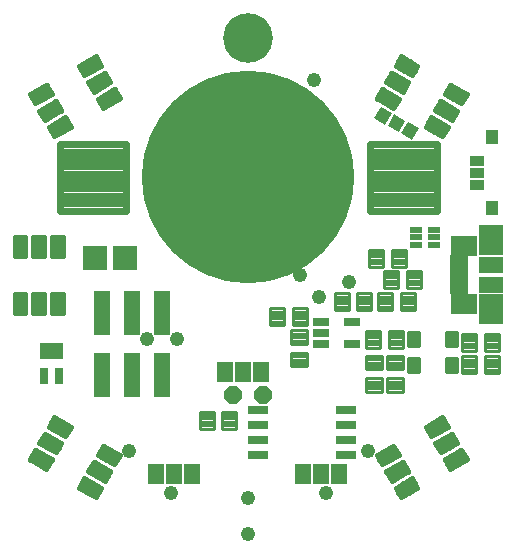
<source format=gbs>
G75*
%MOIN*%
%OFA0B0*%
%FSLAX24Y24*%
%IPPOS*%
%LPD*%
%AMOC8*
5,1,8,0,0,1.08239X$1,22.5*
%
%ADD10C,0.1655*%
%ADD11OC8,0.0600*%
%ADD12C,0.0114*%
%ADD13R,0.0552X0.0297*%
%ADD14R,0.0395X0.0237*%
%ADD15C,0.7087*%
%ADD16C,0.4017*%
%ADD17C,0.0247*%
%ADD18R,0.0789X0.0789*%
%ADD19R,0.0623X0.0257*%
%ADD20R,0.0907X0.0661*%
%ADD21R,0.0828X0.1015*%
%ADD22R,0.0828X0.0543*%
%ADD23R,0.0540X0.0710*%
%ADD24R,0.0690X0.0290*%
%ADD25C,0.0095*%
%ADD26R,0.0580X0.1482*%
%ADD27R,0.0260X0.0540*%
%ADD28C,0.0154*%
%ADD29R,0.0434X0.0434*%
%ADD30R,0.0513X0.0356*%
%ADD31R,0.0395X0.0513*%
%ADD32C,0.0490*%
D10*
X008810Y018050D03*
D11*
X008310Y006150D03*
X009310Y006150D03*
D12*
X008403Y005578D02*
X008403Y005022D01*
X007945Y005022D01*
X007945Y005578D01*
X008403Y005578D01*
X008403Y005135D02*
X007945Y005135D01*
X007945Y005248D02*
X008403Y005248D01*
X008403Y005361D02*
X007945Y005361D01*
X007945Y005474D02*
X008403Y005474D01*
X007655Y005578D02*
X007655Y005022D01*
X007197Y005022D01*
X007197Y005578D01*
X007655Y005578D01*
X007655Y005135D02*
X007197Y005135D01*
X007197Y005248D02*
X007655Y005248D01*
X007655Y005361D02*
X007197Y005361D01*
X007197Y005474D02*
X007655Y005474D01*
X010222Y007555D02*
X010778Y007555D01*
X010778Y007097D01*
X010222Y007097D01*
X010222Y007555D01*
X010222Y007210D02*
X010778Y007210D01*
X010778Y007323D02*
X010222Y007323D01*
X010222Y007436D02*
X010778Y007436D01*
X010778Y007549D02*
X010222Y007549D01*
X010222Y008303D02*
X010778Y008303D01*
X010778Y007845D01*
X010222Y007845D01*
X010222Y008303D01*
X010222Y007958D02*
X010778Y007958D01*
X010778Y008071D02*
X010222Y008071D01*
X010222Y008184D02*
X010778Y008184D01*
X010778Y008297D02*
X010222Y008297D01*
X010753Y008472D02*
X010753Y009028D01*
X010753Y008472D02*
X010295Y008472D01*
X010295Y009028D01*
X010753Y009028D01*
X010753Y008585D02*
X010295Y008585D01*
X010295Y008698D02*
X010753Y008698D01*
X010753Y008811D02*
X010295Y008811D01*
X010295Y008924D02*
X010753Y008924D01*
X010005Y009028D02*
X010005Y008472D01*
X009547Y008472D01*
X009547Y009028D01*
X010005Y009028D01*
X010005Y008585D02*
X009547Y008585D01*
X009547Y008698D02*
X010005Y008698D01*
X010005Y008811D02*
X009547Y008811D01*
X009547Y008924D02*
X010005Y008924D01*
X011697Y008972D02*
X011697Y009528D01*
X012155Y009528D01*
X012155Y008972D01*
X011697Y008972D01*
X011697Y009085D02*
X012155Y009085D01*
X012155Y009198D02*
X011697Y009198D01*
X011697Y009311D02*
X012155Y009311D01*
X012155Y009424D02*
X011697Y009424D01*
X012445Y009528D02*
X012445Y008972D01*
X012445Y009528D02*
X012903Y009528D01*
X012903Y008972D01*
X012445Y008972D01*
X012445Y009085D02*
X012903Y009085D01*
X012903Y009198D02*
X012445Y009198D01*
X012445Y009311D02*
X012903Y009311D01*
X012903Y009424D02*
X012445Y009424D01*
X013605Y009528D02*
X013605Y008972D01*
X013147Y008972D01*
X013147Y009528D01*
X013605Y009528D01*
X013605Y009085D02*
X013147Y009085D01*
X013147Y009198D02*
X013605Y009198D01*
X013605Y009311D02*
X013147Y009311D01*
X013147Y009424D02*
X013605Y009424D01*
X014353Y009528D02*
X014353Y008972D01*
X013895Y008972D01*
X013895Y009528D01*
X014353Y009528D01*
X014353Y009085D02*
X013895Y009085D01*
X013895Y009198D02*
X014353Y009198D01*
X014353Y009311D02*
X013895Y009311D01*
X013895Y009424D02*
X014353Y009424D01*
X014553Y009722D02*
X014553Y010278D01*
X014553Y009722D02*
X014095Y009722D01*
X014095Y010278D01*
X014553Y010278D01*
X014553Y009835D02*
X014095Y009835D01*
X014095Y009948D02*
X014553Y009948D01*
X014553Y010061D02*
X014095Y010061D01*
X014095Y010174D02*
X014553Y010174D01*
X014053Y010422D02*
X014053Y010978D01*
X014053Y010422D02*
X013595Y010422D01*
X013595Y010978D01*
X014053Y010978D01*
X014053Y010535D02*
X013595Y010535D01*
X013595Y010648D02*
X014053Y010648D01*
X014053Y010761D02*
X013595Y010761D01*
X013595Y010874D02*
X014053Y010874D01*
X013805Y010278D02*
X013805Y009722D01*
X013347Y009722D01*
X013347Y010278D01*
X013805Y010278D01*
X013805Y009835D02*
X013347Y009835D01*
X013347Y009948D02*
X013805Y009948D01*
X013805Y010061D02*
X013347Y010061D01*
X013347Y010174D02*
X013805Y010174D01*
X013305Y010422D02*
X013305Y010978D01*
X013305Y010422D02*
X012847Y010422D01*
X012847Y010978D01*
X013305Y010978D01*
X013305Y010535D02*
X012847Y010535D01*
X012847Y010648D02*
X013305Y010648D01*
X013305Y010761D02*
X012847Y010761D01*
X012847Y010874D02*
X013305Y010874D01*
X013205Y008278D02*
X013205Y007722D01*
X012747Y007722D01*
X012747Y008278D01*
X013205Y008278D01*
X013205Y007835D02*
X012747Y007835D01*
X012747Y007948D02*
X013205Y007948D01*
X013205Y008061D02*
X012747Y008061D01*
X012747Y008174D02*
X013205Y008174D01*
X013953Y008278D02*
X013953Y007722D01*
X013495Y007722D01*
X013495Y008278D01*
X013953Y008278D01*
X013953Y007835D02*
X013495Y007835D01*
X013495Y007948D02*
X013953Y007948D01*
X013953Y008061D02*
X013495Y008061D01*
X013495Y008174D02*
X013953Y008174D01*
X013978Y007453D02*
X013422Y007453D01*
X013978Y007453D02*
X013978Y006995D01*
X013422Y006995D01*
X013422Y007453D01*
X013422Y007108D02*
X013978Y007108D01*
X013978Y007221D02*
X013422Y007221D01*
X013422Y007334D02*
X013978Y007334D01*
X013978Y007447D02*
X013422Y007447D01*
X013278Y007453D02*
X012722Y007453D01*
X013278Y007453D02*
X013278Y006995D01*
X012722Y006995D01*
X012722Y007453D01*
X012722Y007108D02*
X013278Y007108D01*
X013278Y007221D02*
X012722Y007221D01*
X012722Y007334D02*
X013278Y007334D01*
X013278Y007447D02*
X012722Y007447D01*
X012722Y006705D02*
X013278Y006705D01*
X013278Y006247D01*
X012722Y006247D01*
X012722Y006705D01*
X012722Y006360D02*
X013278Y006360D01*
X013278Y006473D02*
X012722Y006473D01*
X012722Y006586D02*
X013278Y006586D01*
X013278Y006699D02*
X012722Y006699D01*
X013422Y006705D02*
X013978Y006705D01*
X013978Y006247D01*
X013422Y006247D01*
X013422Y006705D01*
X013422Y006360D02*
X013978Y006360D01*
X013978Y006473D02*
X013422Y006473D01*
X013422Y006586D02*
X013978Y006586D01*
X013978Y006699D02*
X013422Y006699D01*
X016405Y006872D02*
X016405Y007428D01*
X016405Y006872D02*
X015947Y006872D01*
X015947Y007428D01*
X016405Y007428D01*
X016405Y006985D02*
X015947Y006985D01*
X015947Y007098D02*
X016405Y007098D01*
X016405Y007211D02*
X015947Y007211D01*
X015947Y007324D02*
X016405Y007324D01*
X015947Y007622D02*
X015947Y008178D01*
X016405Y008178D01*
X016405Y007622D01*
X015947Y007622D01*
X015947Y007735D02*
X016405Y007735D01*
X016405Y007848D02*
X015947Y007848D01*
X015947Y007961D02*
X016405Y007961D01*
X016405Y008074D02*
X015947Y008074D01*
X016695Y008178D02*
X016695Y007622D01*
X016695Y008178D02*
X017153Y008178D01*
X017153Y007622D01*
X016695Y007622D01*
X016695Y007735D02*
X017153Y007735D01*
X017153Y007848D02*
X016695Y007848D01*
X016695Y007961D02*
X017153Y007961D01*
X017153Y008074D02*
X016695Y008074D01*
X017153Y007428D02*
X017153Y006872D01*
X016695Y006872D01*
X016695Y007428D01*
X017153Y007428D01*
X017153Y006985D02*
X016695Y006985D01*
X016695Y007098D02*
X017153Y007098D01*
X017153Y007211D02*
X016695Y007211D01*
X016695Y007324D02*
X017153Y007324D01*
D13*
X012262Y007826D03*
X012262Y008574D03*
X011238Y008574D03*
X011238Y008200D03*
X011238Y007826D03*
D14*
X014385Y011144D03*
X014385Y011400D03*
X014385Y011656D03*
X015015Y011656D03*
X015015Y011400D03*
X015015Y011144D03*
D15*
X008810Y013400D03*
D16*
X008810Y013400D03*
D17*
X004751Y014512D02*
X002527Y014512D01*
X004751Y014512D02*
X004751Y012288D01*
X002527Y012288D01*
X002527Y014512D01*
X002527Y012534D02*
X004751Y012534D01*
X004751Y012780D02*
X002527Y012780D01*
X002527Y013026D02*
X004751Y013026D01*
X004751Y013272D02*
X002527Y013272D01*
X002527Y013518D02*
X004751Y013518D01*
X004751Y013764D02*
X002527Y013764D01*
X002527Y014010D02*
X004751Y014010D01*
X004751Y014256D02*
X002527Y014256D01*
X002527Y014502D02*
X004751Y014502D01*
X012870Y014512D02*
X015094Y014512D01*
X015094Y012288D01*
X012870Y012288D01*
X012870Y014512D01*
X012870Y012534D02*
X015094Y012534D01*
X015094Y012780D02*
X012870Y012780D01*
X012870Y013026D02*
X015094Y013026D01*
X015094Y013272D02*
X012870Y013272D01*
X012870Y013518D02*
X015094Y013518D01*
X015094Y013764D02*
X012870Y013764D01*
X012870Y014010D02*
X015094Y014010D01*
X015094Y014256D02*
X012870Y014256D01*
X012870Y014502D02*
X015094Y014502D01*
D18*
X004700Y010700D03*
X003700Y010700D03*
D19*
X015850Y010662D03*
X015850Y010406D03*
X015850Y010150D03*
X015850Y009894D03*
X015850Y009638D03*
D20*
X015992Y009181D03*
X015992Y011119D03*
D21*
X016897Y011297D03*
X016897Y009003D03*
D22*
X016897Y009815D03*
X016897Y010473D03*
D23*
X011850Y003500D03*
X011250Y003500D03*
X010650Y003500D03*
X009250Y006900D03*
X008650Y006900D03*
X008050Y006900D03*
X006950Y003500D03*
X006350Y003500D03*
X005750Y003500D03*
D24*
X009140Y004150D03*
X009140Y004650D03*
X009140Y005150D03*
X009140Y005650D03*
X012060Y005650D03*
X012060Y005150D03*
X012060Y004650D03*
X012060Y004150D03*
D25*
X014130Y006921D02*
X014130Y007379D01*
X014510Y007379D01*
X014510Y006921D01*
X014130Y006921D01*
X014130Y007015D02*
X014510Y007015D01*
X014510Y007109D02*
X014130Y007109D01*
X014130Y007203D02*
X014510Y007203D01*
X014510Y007297D02*
X014130Y007297D01*
X014130Y007771D02*
X014130Y008229D01*
X014510Y008229D01*
X014510Y007771D01*
X014130Y007771D01*
X014130Y007865D02*
X014510Y007865D01*
X014510Y007959D02*
X014130Y007959D01*
X014130Y008053D02*
X014510Y008053D01*
X014510Y008147D02*
X014130Y008147D01*
X015390Y008229D02*
X015390Y007771D01*
X015390Y008229D02*
X015770Y008229D01*
X015770Y007771D01*
X015390Y007771D01*
X015390Y007865D02*
X015770Y007865D01*
X015770Y007959D02*
X015390Y007959D01*
X015390Y008053D02*
X015770Y008053D01*
X015770Y008147D02*
X015390Y008147D01*
X015390Y007379D02*
X015390Y006921D01*
X015390Y007379D02*
X015770Y007379D01*
X015770Y006921D01*
X015390Y006921D01*
X015390Y007015D02*
X015770Y007015D01*
X015770Y007109D02*
X015390Y007109D01*
X015390Y007203D02*
X015770Y007203D01*
X015770Y007297D02*
X015390Y007297D01*
D26*
X005950Y006824D03*
X004950Y006824D03*
X003950Y006824D03*
X003950Y008876D03*
X004950Y008876D03*
X005950Y008876D03*
D27*
X002510Y007610D03*
X002250Y007610D03*
X001990Y007610D03*
X001990Y006790D03*
X002510Y006790D03*
D28*
X001712Y004310D02*
X002261Y003994D01*
X002082Y003684D01*
X001533Y004000D01*
X001712Y004310D01*
X001816Y003837D02*
X002170Y003837D01*
X002259Y003990D02*
X001550Y003990D01*
X001616Y004143D02*
X002002Y004143D01*
X001736Y004296D02*
X001704Y004296D01*
X002027Y004855D02*
X002576Y004539D01*
X002397Y004229D01*
X001848Y004545D01*
X002027Y004855D01*
X002131Y004382D02*
X002485Y004382D01*
X002574Y004535D02*
X001865Y004535D01*
X001931Y004688D02*
X002317Y004688D01*
X002051Y004841D02*
X002019Y004841D01*
X002342Y005401D02*
X002891Y005085D01*
X002712Y004775D01*
X002163Y005091D01*
X002342Y005401D01*
X002446Y004928D02*
X002800Y004928D01*
X002889Y005081D02*
X002180Y005081D01*
X002246Y005234D02*
X002632Y005234D01*
X002366Y005387D02*
X002334Y005387D01*
X003663Y003911D02*
X004212Y003595D01*
X004033Y003285D01*
X003484Y003601D01*
X003663Y003911D01*
X003767Y003438D02*
X004121Y003438D01*
X004210Y003591D02*
X003501Y003591D01*
X003567Y003744D02*
X003953Y003744D01*
X003687Y003897D02*
X003655Y003897D01*
X003978Y004456D02*
X004527Y004140D01*
X004348Y003830D01*
X003799Y004146D01*
X003978Y004456D01*
X004082Y003983D02*
X004436Y003983D01*
X004525Y004136D02*
X003816Y004136D01*
X003882Y004289D02*
X004268Y004289D01*
X004002Y004442D02*
X003970Y004442D01*
X003348Y003365D02*
X003897Y003049D01*
X003718Y002739D01*
X003169Y003055D01*
X003348Y003365D01*
X003452Y002892D02*
X003806Y002892D01*
X003895Y003045D02*
X003186Y003045D01*
X003252Y003198D02*
X003638Y003198D01*
X003372Y003351D02*
X003340Y003351D01*
X002639Y008888D02*
X002639Y009522D01*
X002639Y008888D02*
X002281Y008888D01*
X002281Y009522D01*
X002639Y009522D01*
X002639Y009041D02*
X002281Y009041D01*
X002281Y009194D02*
X002639Y009194D01*
X002639Y009347D02*
X002281Y009347D01*
X002281Y009500D02*
X002639Y009500D01*
X002009Y009522D02*
X002009Y008888D01*
X001651Y008888D01*
X001651Y009522D01*
X002009Y009522D01*
X002009Y009041D02*
X001651Y009041D01*
X001651Y009194D02*
X002009Y009194D01*
X002009Y009347D02*
X001651Y009347D01*
X001651Y009500D02*
X002009Y009500D01*
X001379Y009522D02*
X001379Y008888D01*
X001021Y008888D01*
X001021Y009522D01*
X001379Y009522D01*
X001379Y009041D02*
X001021Y009041D01*
X001021Y009194D02*
X001379Y009194D01*
X001379Y009347D02*
X001021Y009347D01*
X001021Y009500D02*
X001379Y009500D01*
X001379Y010778D02*
X001379Y011412D01*
X001379Y010778D02*
X001021Y010778D01*
X001021Y011412D01*
X001379Y011412D01*
X001379Y010931D02*
X001021Y010931D01*
X001021Y011084D02*
X001379Y011084D01*
X001379Y011237D02*
X001021Y011237D01*
X001021Y011390D02*
X001379Y011390D01*
X002009Y011412D02*
X002009Y010778D01*
X001651Y010778D01*
X001651Y011412D01*
X002009Y011412D01*
X002009Y010931D02*
X001651Y010931D01*
X001651Y011084D02*
X002009Y011084D01*
X002009Y011237D02*
X001651Y011237D01*
X001651Y011390D02*
X002009Y011390D01*
X002639Y011412D02*
X002639Y010778D01*
X002281Y010778D01*
X002281Y011412D01*
X002639Y011412D01*
X002639Y010931D02*
X002281Y010931D01*
X002281Y011084D02*
X002639Y011084D01*
X002639Y011237D02*
X002281Y011237D01*
X002281Y011390D02*
X002639Y011390D01*
X002342Y014769D02*
X002891Y015085D01*
X002342Y014769D02*
X002163Y015079D01*
X002712Y015395D01*
X002891Y015085D01*
X002608Y014922D02*
X002254Y014922D01*
X002165Y015075D02*
X002874Y015075D01*
X002808Y015228D02*
X002422Y015228D01*
X002688Y015381D02*
X002720Y015381D01*
X002576Y015631D02*
X002027Y015315D01*
X001848Y015625D01*
X002397Y015941D01*
X002576Y015631D01*
X002293Y015468D02*
X001939Y015468D01*
X001850Y015621D02*
X002559Y015621D01*
X002493Y015774D02*
X002107Y015774D01*
X002373Y015927D02*
X002405Y015927D01*
X002261Y016176D02*
X001712Y015860D01*
X001533Y016170D01*
X002082Y016486D01*
X002261Y016176D01*
X001978Y016013D02*
X001624Y016013D01*
X001535Y016166D02*
X002244Y016166D01*
X002178Y016319D02*
X001792Y016319D01*
X002058Y016472D02*
X002090Y016472D01*
X003348Y016805D02*
X003897Y017121D01*
X003348Y016805D02*
X003169Y017115D01*
X003718Y017431D01*
X003897Y017121D01*
X003614Y016958D02*
X003260Y016958D01*
X003171Y017111D02*
X003880Y017111D01*
X003814Y017264D02*
X003428Y017264D01*
X003694Y017417D02*
X003726Y017417D01*
X004212Y016575D02*
X003663Y016259D01*
X003484Y016569D01*
X004033Y016885D01*
X004212Y016575D01*
X003929Y016412D02*
X003575Y016412D01*
X003486Y016565D02*
X004195Y016565D01*
X004129Y016718D02*
X003743Y016718D01*
X004009Y016871D02*
X004041Y016871D01*
X004527Y016030D02*
X003978Y015714D01*
X003799Y016024D01*
X004348Y016340D01*
X004527Y016030D01*
X004244Y015867D02*
X003890Y015867D01*
X003801Y016020D02*
X004510Y016020D01*
X004444Y016173D02*
X004058Y016173D01*
X004324Y016326D02*
X004356Y016326D01*
X013093Y016030D02*
X013642Y015714D01*
X013093Y016030D02*
X013272Y016340D01*
X013821Y016024D01*
X013642Y015714D01*
X013730Y015867D02*
X013376Y015867D01*
X013110Y016020D02*
X013819Y016020D01*
X013562Y016173D02*
X013176Y016173D01*
X013264Y016326D02*
X013296Y016326D01*
X013408Y016575D02*
X013957Y016259D01*
X013408Y016575D02*
X013587Y016885D01*
X014136Y016569D01*
X013957Y016259D01*
X014045Y016412D02*
X013691Y016412D01*
X013425Y016565D02*
X014134Y016565D01*
X013877Y016718D02*
X013491Y016718D01*
X013579Y016871D02*
X013611Y016871D01*
X013723Y017121D02*
X014272Y016805D01*
X013723Y017121D02*
X013902Y017431D01*
X014451Y017115D01*
X014272Y016805D01*
X014360Y016958D02*
X014006Y016958D01*
X013740Y017111D02*
X014449Y017111D01*
X014192Y017264D02*
X013806Y017264D01*
X013894Y017417D02*
X013926Y017417D01*
X015359Y016176D02*
X015908Y015860D01*
X015359Y016176D02*
X015538Y016486D01*
X016087Y016170D01*
X015908Y015860D01*
X015996Y016013D02*
X015642Y016013D01*
X015376Y016166D02*
X016085Y016166D01*
X015828Y016319D02*
X015442Y016319D01*
X015530Y016472D02*
X015562Y016472D01*
X015044Y015631D02*
X015593Y015315D01*
X015044Y015631D02*
X015223Y015941D01*
X015772Y015625D01*
X015593Y015315D01*
X015681Y015468D02*
X015327Y015468D01*
X015061Y015621D02*
X015770Y015621D01*
X015513Y015774D02*
X015127Y015774D01*
X015215Y015927D02*
X015247Y015927D01*
X014729Y015085D02*
X015278Y014769D01*
X014729Y015085D02*
X014908Y015395D01*
X015457Y015079D01*
X015278Y014769D01*
X015366Y014922D02*
X015012Y014922D01*
X014746Y015075D02*
X015455Y015075D01*
X015198Y015228D02*
X014812Y015228D01*
X014900Y015381D02*
X014932Y015381D01*
X015457Y005091D02*
X014908Y004775D01*
X014729Y005085D01*
X015278Y005401D01*
X015457Y005091D01*
X015174Y004928D02*
X014820Y004928D01*
X014731Y005081D02*
X015440Y005081D01*
X015374Y005234D02*
X014988Y005234D01*
X015254Y005387D02*
X015286Y005387D01*
X015772Y004545D02*
X015223Y004229D01*
X015044Y004539D01*
X015593Y004855D01*
X015772Y004545D01*
X015489Y004382D02*
X015135Y004382D01*
X015046Y004535D02*
X015755Y004535D01*
X015689Y004688D02*
X015303Y004688D01*
X015569Y004841D02*
X015601Y004841D01*
X016087Y004000D02*
X015538Y003684D01*
X015359Y003994D01*
X015908Y004310D01*
X016087Y004000D01*
X015804Y003837D02*
X015450Y003837D01*
X015361Y003990D02*
X016070Y003990D01*
X016004Y004143D02*
X015618Y004143D01*
X015884Y004296D02*
X015916Y004296D01*
X014451Y003055D02*
X013902Y002739D01*
X013723Y003049D01*
X014272Y003365D01*
X014451Y003055D01*
X014168Y002892D02*
X013814Y002892D01*
X013725Y003045D02*
X014434Y003045D01*
X014368Y003198D02*
X013982Y003198D01*
X014248Y003351D02*
X014280Y003351D01*
X014136Y003601D02*
X013587Y003285D01*
X013408Y003595D01*
X013957Y003911D01*
X014136Y003601D01*
X013853Y003438D02*
X013499Y003438D01*
X013410Y003591D02*
X014119Y003591D01*
X014053Y003744D02*
X013667Y003744D01*
X013933Y003897D02*
X013965Y003897D01*
X013821Y004146D02*
X013272Y003830D01*
X013093Y004140D01*
X013642Y004456D01*
X013821Y004146D01*
X013538Y003983D02*
X013184Y003983D01*
X013095Y004136D02*
X013804Y004136D01*
X013738Y004289D02*
X013352Y004289D01*
X013618Y004442D02*
X013650Y004442D01*
D29*
G36*
X014121Y015246D02*
X014496Y015029D01*
X014279Y014654D01*
X013904Y014871D01*
X014121Y015246D01*
G37*
G36*
X013671Y015496D02*
X014046Y015279D01*
X013829Y014904D01*
X013454Y015121D01*
X013671Y015496D01*
G37*
G36*
X013221Y015746D02*
X013596Y015529D01*
X013379Y015154D01*
X013004Y015371D01*
X013221Y015746D01*
G37*
D30*
X016438Y013944D03*
X016438Y013550D03*
X016438Y013156D03*
D31*
X016950Y012369D03*
X016950Y014731D03*
D32*
X012170Y009900D03*
X011170Y009400D03*
X010530Y010150D03*
X011030Y011150D03*
X011010Y015650D03*
X011010Y016650D03*
X006450Y008000D03*
X005450Y008000D03*
X004820Y004270D03*
X006220Y002870D03*
X008810Y002695D03*
X008810Y001495D03*
X011400Y002870D03*
X012800Y004270D03*
M02*

</source>
